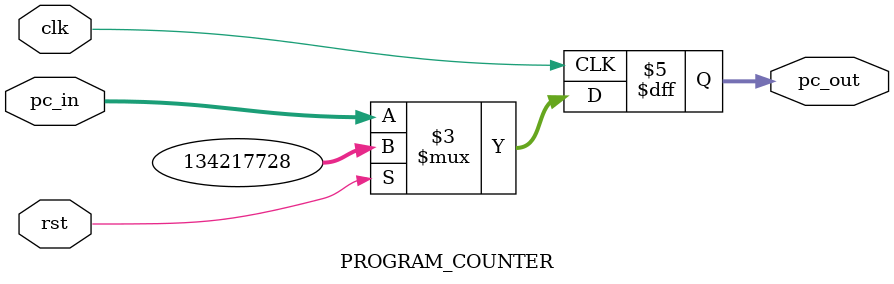
<source format=sv>
module PROGRAM_COUNTER 
#(
	parameter ADDRESS_WIDTH	= 32, 
	parameter START_PC		= 32'h08000000
)(
	input  logic 						clk,
	input  logic 						rst,
	input  logic [ADDRESS_WIDTH-1:0]	pc_in,
	output logic [ADDRESS_WIDTH-1:0] 	pc_out
);

always_ff @(posedge clk) begin
	if (rst) begin
		pc_out <= START_PC;
	end else begin
		pc_out <= pc_in;
	end
end

endmodule
</source>
